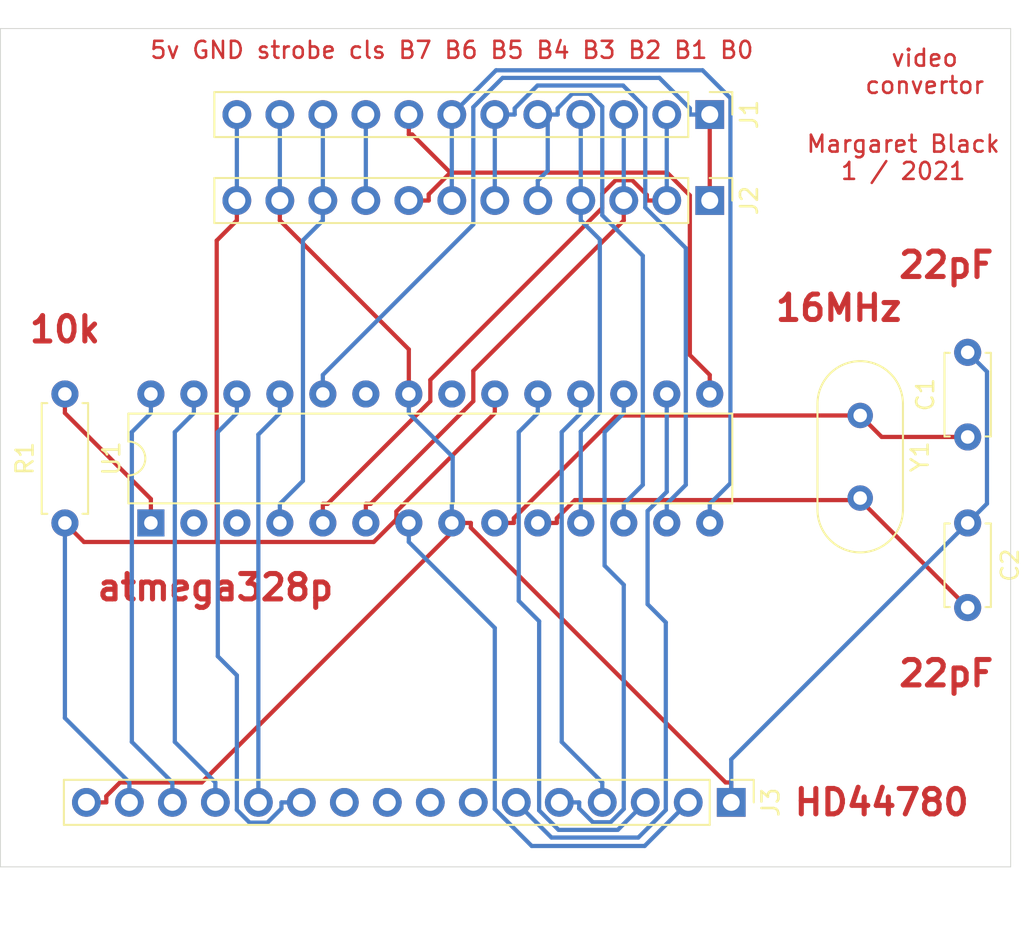
<source format=kicad_pcb>
(kicad_pcb (version 20171130) (host pcbnew 5.1.6-c6e7f7d~87~ubuntu16.04.1)

  (general
    (thickness 1.6)
    (drawings 13)
    (tracks 201)
    (zones 0)
    (modules 8)
    (nets 32)
  )

  (page A4)
  (layers
    (0 F.Cu signal)
    (31 B.Cu signal)
    (32 B.Adhes user)
    (33 F.Adhes user)
    (34 B.Paste user)
    (35 F.Paste user)
    (36 B.SilkS user)
    (37 F.SilkS user)
    (38 B.Mask user)
    (39 F.Mask user)
    (40 Dwgs.User user)
    (41 Cmts.User user)
    (42 Eco1.User user)
    (43 Eco2.User user)
    (44 Edge.Cuts user)
    (45 Margin user)
    (46 B.CrtYd user)
    (47 F.CrtYd user)
    (48 B.Fab user)
    (49 F.Fab user)
  )

  (setup
    (last_trace_width 0.25)
    (trace_clearance 0.2)
    (zone_clearance 0.508)
    (zone_45_only no)
    (trace_min 0.2)
    (via_size 0.8)
    (via_drill 0.4)
    (via_min_size 0.4)
    (via_min_drill 0.3)
    (uvia_size 0.3)
    (uvia_drill 0.1)
    (uvias_allowed no)
    (uvia_min_size 0.2)
    (uvia_min_drill 0.1)
    (edge_width 0.05)
    (segment_width 0.2)
    (pcb_text_width 0.3)
    (pcb_text_size 1.5 1.5)
    (mod_edge_width 0.12)
    (mod_text_size 1 1)
    (mod_text_width 0.15)
    (pad_size 1.524 1.524)
    (pad_drill 0.762)
    (pad_to_mask_clearance 0.05)
    (aux_axis_origin 0 0)
    (visible_elements FFFFFF7F)
    (pcbplotparams
      (layerselection 0x010fc_ffffffff)
      (usegerberextensions false)
      (usegerberattributes true)
      (usegerberadvancedattributes true)
      (creategerberjobfile true)
      (excludeedgelayer true)
      (linewidth 0.100000)
      (plotframeref false)
      (viasonmask false)
      (mode 1)
      (useauxorigin false)
      (hpglpennumber 1)
      (hpglpenspeed 20)
      (hpglpendiameter 15.000000)
      (psnegative false)
      (psa4output false)
      (plotreference true)
      (plotvalue true)
      (plotinvisibletext false)
      (padsonsilk false)
      (subtractmaskfromsilk false)
      (outputformat 1)
      (mirror false)
      (drillshape 0)
      (scaleselection 1)
      (outputdirectory ""))
  )

  (net 0 "")
  (net 1 GND)
  (net 2 "Net-(C1-Pad1)")
  (net 3 "Net-(C2-Pad2)")
  (net 4 +5V)
  (net 5 "Net-(J1-Pad10)")
  (net 6 "Net-(J1-Pad9)")
  (net 7 "Net-(J1-Pad8)")
  (net 8 "Net-(J1-Pad7)")
  (net 9 "Net-(J1-Pad6)")
  (net 10 "Net-(J1-Pad5)")
  (net 11 "Net-(J1-Pad4)")
  (net 12 "Net-(J1-Pad3)")
  (net 13 "Net-(J1-Pad2)")
  (net 14 "Net-(J1-Pad1)")
  (net 15 "Net-(J3-Pad14)")
  (net 16 "Net-(J3-Pad13)")
  (net 17 "Net-(J3-Pad12)")
  (net 18 "Net-(J3-Pad11)")
  (net 19 "Net-(J3-Pad10)")
  (net 20 "Net-(J3-Pad9)")
  (net 21 "Net-(J3-Pad8)")
  (net 22 "Net-(J3-Pad7)")
  (net 23 "Net-(J3-Pad6)")
  (net 24 "Net-(J3-Pad5)")
  (net 25 "Net-(J3-Pad4)")
  (net 26 "Net-(J3-Pad3)")
  (net 27 "Net-(R1-Pad2)")
  (net 28 "Net-(U1-Pad23)")
  (net 29 "Net-(U1-Pad21)")
  (net 30 "Net-(U1-Pad3)")
  (net 31 "Net-(U1-Pad2)")

  (net_class Default "This is the default net class."
    (clearance 0.2)
    (trace_width 0.25)
    (via_dia 0.8)
    (via_drill 0.4)
    (uvia_dia 0.3)
    (uvia_drill 0.1)
    (add_net +5V)
    (add_net GND)
    (add_net "Net-(C1-Pad1)")
    (add_net "Net-(C2-Pad2)")
    (add_net "Net-(J1-Pad1)")
    (add_net "Net-(J1-Pad10)")
    (add_net "Net-(J1-Pad2)")
    (add_net "Net-(J1-Pad3)")
    (add_net "Net-(J1-Pad4)")
    (add_net "Net-(J1-Pad5)")
    (add_net "Net-(J1-Pad6)")
    (add_net "Net-(J1-Pad7)")
    (add_net "Net-(J1-Pad8)")
    (add_net "Net-(J1-Pad9)")
    (add_net "Net-(J3-Pad10)")
    (add_net "Net-(J3-Pad11)")
    (add_net "Net-(J3-Pad12)")
    (add_net "Net-(J3-Pad13)")
    (add_net "Net-(J3-Pad14)")
    (add_net "Net-(J3-Pad3)")
    (add_net "Net-(J3-Pad4)")
    (add_net "Net-(J3-Pad5)")
    (add_net "Net-(J3-Pad6)")
    (add_net "Net-(J3-Pad7)")
    (add_net "Net-(J3-Pad8)")
    (add_net "Net-(J3-Pad9)")
    (add_net "Net-(R1-Pad2)")
    (add_net "Net-(U1-Pad2)")
    (add_net "Net-(U1-Pad21)")
    (add_net "Net-(U1-Pad23)")
    (add_net "Net-(U1-Pad3)")
  )

  (module Crystal:Crystal_HC49-U_Vertical (layer F.Cu) (tedit 5A1AD3B8) (tstamp 600CB923)
    (at 50.8 22.86 270)
    (descr "Crystal THT HC-49/U http://5hertz.com/pdfs/04404_D.pdf")
    (tags "THT crystalHC-49/U")
    (path /60104A7B)
    (fp_text reference Y1 (at 2.44 -3.525 90) (layer F.SilkS)
      (effects (font (size 1 1) (thickness 0.15)))
    )
    (fp_text value Crystal (at 2.44 3.525 90) (layer F.Fab)
      (effects (font (size 1 1) (thickness 0.15)))
    )
    (fp_line (start 8.4 -2.8) (end -3.5 -2.8) (layer F.CrtYd) (width 0.05))
    (fp_line (start 8.4 2.8) (end 8.4 -2.8) (layer F.CrtYd) (width 0.05))
    (fp_line (start -3.5 2.8) (end 8.4 2.8) (layer F.CrtYd) (width 0.05))
    (fp_line (start -3.5 -2.8) (end -3.5 2.8) (layer F.CrtYd) (width 0.05))
    (fp_line (start -0.685 2.525) (end 5.565 2.525) (layer F.SilkS) (width 0.12))
    (fp_line (start -0.685 -2.525) (end 5.565 -2.525) (layer F.SilkS) (width 0.12))
    (fp_line (start -0.56 2) (end 5.44 2) (layer F.Fab) (width 0.1))
    (fp_line (start -0.56 -2) (end 5.44 -2) (layer F.Fab) (width 0.1))
    (fp_line (start -0.685 2.325) (end 5.565 2.325) (layer F.Fab) (width 0.1))
    (fp_line (start -0.685 -2.325) (end 5.565 -2.325) (layer F.Fab) (width 0.1))
    (fp_arc (start 5.565 0) (end 5.565 -2.525) (angle 180) (layer F.SilkS) (width 0.12))
    (fp_arc (start -0.685 0) (end -0.685 -2.525) (angle -180) (layer F.SilkS) (width 0.12))
    (fp_arc (start 5.44 0) (end 5.44 -2) (angle 180) (layer F.Fab) (width 0.1))
    (fp_arc (start -0.56 0) (end -0.56 -2) (angle -180) (layer F.Fab) (width 0.1))
    (fp_arc (start 5.565 0) (end 5.565 -2.325) (angle 180) (layer F.Fab) (width 0.1))
    (fp_arc (start -0.685 0) (end -0.685 -2.325) (angle -180) (layer F.Fab) (width 0.1))
    (fp_text user %R (at 2.44 0 90) (layer F.Fab)
      (effects (font (size 1 1) (thickness 0.15)))
    )
    (pad 2 thru_hole circle (at 4.88 0 270) (size 1.5 1.5) (drill 0.8) (layers *.Cu *.Mask)
      (net 3 "Net-(C2-Pad2)"))
    (pad 1 thru_hole circle (at 0 0 270) (size 1.5 1.5) (drill 0.8) (layers *.Cu *.Mask)
      (net 2 "Net-(C1-Pad1)"))
    (model ${KISYS3DMOD}/Crystal.3dshapes/Crystal_HC49-U_Vertical.wrl
      (at (xyz 0 0 0))
      (scale (xyz 1 1 1))
      (rotate (xyz 0 0 0))
    )
  )

  (module Package_DIP:DIP-28_W7.62mm (layer F.Cu) (tedit 5A02E8C5) (tstamp 600CB90C)
    (at 8.89 29.21 90)
    (descr "28-lead though-hole mounted DIP package, row spacing 7.62 mm (300 mils)")
    (tags "THT DIP DIL PDIP 2.54mm 7.62mm 300mil")
    (path /600CAB87)
    (fp_text reference U1 (at 3.81 -2.33 90) (layer F.SilkS)
      (effects (font (size 1 1) (thickness 0.15)))
    )
    (fp_text value ATmega328P-PU (at 3.81 35.35 90) (layer F.Fab)
      (effects (font (size 1 1) (thickness 0.15)))
    )
    (fp_line (start 8.7 -1.55) (end -1.1 -1.55) (layer F.CrtYd) (width 0.05))
    (fp_line (start 8.7 34.55) (end 8.7 -1.55) (layer F.CrtYd) (width 0.05))
    (fp_line (start -1.1 34.55) (end 8.7 34.55) (layer F.CrtYd) (width 0.05))
    (fp_line (start -1.1 -1.55) (end -1.1 34.55) (layer F.CrtYd) (width 0.05))
    (fp_line (start 6.46 -1.33) (end 4.81 -1.33) (layer F.SilkS) (width 0.12))
    (fp_line (start 6.46 34.35) (end 6.46 -1.33) (layer F.SilkS) (width 0.12))
    (fp_line (start 1.16 34.35) (end 6.46 34.35) (layer F.SilkS) (width 0.12))
    (fp_line (start 1.16 -1.33) (end 1.16 34.35) (layer F.SilkS) (width 0.12))
    (fp_line (start 2.81 -1.33) (end 1.16 -1.33) (layer F.SilkS) (width 0.12))
    (fp_line (start 0.635 -0.27) (end 1.635 -1.27) (layer F.Fab) (width 0.1))
    (fp_line (start 0.635 34.29) (end 0.635 -0.27) (layer F.Fab) (width 0.1))
    (fp_line (start 6.985 34.29) (end 0.635 34.29) (layer F.Fab) (width 0.1))
    (fp_line (start 6.985 -1.27) (end 6.985 34.29) (layer F.Fab) (width 0.1))
    (fp_line (start 1.635 -1.27) (end 6.985 -1.27) (layer F.Fab) (width 0.1))
    (fp_text user %R (at 3.81 16.51 90) (layer F.Fab)
      (effects (font (size 1 1) (thickness 0.15)))
    )
    (fp_arc (start 3.81 -1.33) (end 2.81 -1.33) (angle -180) (layer F.SilkS) (width 0.12))
    (pad 28 thru_hole oval (at 7.62 0 90) (size 1.6 1.6) (drill 0.8) (layers *.Cu *.Mask)
      (net 15 "Net-(J3-Pad14)"))
    (pad 14 thru_hole oval (at 0 33.02 90) (size 1.6 1.6) (drill 0.8) (layers *.Cu *.Mask)
      (net 8 "Net-(J1-Pad7)"))
    (pad 27 thru_hole oval (at 7.62 2.54 90) (size 1.6 1.6) (drill 0.8) (layers *.Cu *.Mask)
      (net 16 "Net-(J3-Pad13)"))
    (pad 13 thru_hole oval (at 0 30.48 90) (size 1.6 1.6) (drill 0.8) (layers *.Cu *.Mask)
      (net 9 "Net-(J1-Pad6)"))
    (pad 26 thru_hole oval (at 7.62 5.08 90) (size 1.6 1.6) (drill 0.8) (layers *.Cu *.Mask)
      (net 18 "Net-(J3-Pad11)"))
    (pad 12 thru_hole oval (at 0 27.94 90) (size 1.6 1.6) (drill 0.8) (layers *.Cu *.Mask)
      (net 10 "Net-(J1-Pad5)"))
    (pad 25 thru_hole oval (at 7.62 7.62 90) (size 1.6 1.6) (drill 0.8) (layers *.Cu *.Mask)
      (net 17 "Net-(J3-Pad12)"))
    (pad 11 thru_hole oval (at 0 25.4 90) (size 1.6 1.6) (drill 0.8) (layers *.Cu *.Mask)
      (net 11 "Net-(J1-Pad4)"))
    (pad 24 thru_hole oval (at 7.62 10.16 90) (size 1.6 1.6) (drill 0.8) (layers *.Cu *.Mask)
      (net 14 "Net-(J1-Pad1)"))
    (pad 10 thru_hole oval (at 0 22.86 90) (size 1.6 1.6) (drill 0.8) (layers *.Cu *.Mask)
      (net 3 "Net-(C2-Pad2)"))
    (pad 23 thru_hole oval (at 7.62 12.7 90) (size 1.6 1.6) (drill 0.8) (layers *.Cu *.Mask)
      (net 28 "Net-(U1-Pad23)"))
    (pad 9 thru_hole oval (at 0 20.32 90) (size 1.6 1.6) (drill 0.8) (layers *.Cu *.Mask)
      (net 2 "Net-(C1-Pad1)"))
    (pad 22 thru_hole oval (at 7.62 15.24 90) (size 1.6 1.6) (drill 0.8) (layers *.Cu *.Mask)
      (net 1 GND))
    (pad 8 thru_hole oval (at 0 17.78 90) (size 1.6 1.6) (drill 0.8) (layers *.Cu *.Mask)
      (net 1 GND))
    (pad 21 thru_hole oval (at 7.62 17.78 90) (size 1.6 1.6) (drill 0.8) (layers *.Cu *.Mask)
      (net 29 "Net-(U1-Pad21)"))
    (pad 7 thru_hole oval (at 0 15.24 90) (size 1.6 1.6) (drill 0.8) (layers *.Cu *.Mask)
      (net 4 +5V))
    (pad 20 thru_hole oval (at 7.62 20.32 90) (size 1.6 1.6) (drill 0.8) (layers *.Cu *.Mask)
      (net 4 +5V))
    (pad 6 thru_hole oval (at 0 12.7 90) (size 1.6 1.6) (drill 0.8) (layers *.Cu *.Mask)
      (net 12 "Net-(J1-Pad3)"))
    (pad 19 thru_hole oval (at 7.62 22.86 90) (size 1.6 1.6) (drill 0.8) (layers *.Cu *.Mask)
      (net 26 "Net-(J3-Pad3)"))
    (pad 5 thru_hole oval (at 0 10.16 90) (size 1.6 1.6) (drill 0.8) (layers *.Cu *.Mask)
      (net 13 "Net-(J1-Pad2)"))
    (pad 18 thru_hole oval (at 7.62 25.4 90) (size 1.6 1.6) (drill 0.8) (layers *.Cu *.Mask)
      (net 25 "Net-(J3-Pad4)"))
    (pad 4 thru_hole oval (at 0 7.62 90) (size 1.6 1.6) (drill 0.8) (layers *.Cu *.Mask)
      (net 5 "Net-(J1-Pad10)"))
    (pad 17 thru_hole oval (at 7.62 27.94 90) (size 1.6 1.6) (drill 0.8) (layers *.Cu *.Mask)
      (net 24 "Net-(J3-Pad5)"))
    (pad 3 thru_hole oval (at 0 5.08 90) (size 1.6 1.6) (drill 0.8) (layers *.Cu *.Mask)
      (net 30 "Net-(U1-Pad3)"))
    (pad 16 thru_hole oval (at 7.62 30.48 90) (size 1.6 1.6) (drill 0.8) (layers *.Cu *.Mask)
      (net 23 "Net-(J3-Pad6)"))
    (pad 2 thru_hole oval (at 0 2.54 90) (size 1.6 1.6) (drill 0.8) (layers *.Cu *.Mask)
      (net 31 "Net-(U1-Pad2)"))
    (pad 15 thru_hole oval (at 7.62 33.02 90) (size 1.6 1.6) (drill 0.8) (layers *.Cu *.Mask)
      (net 7 "Net-(J1-Pad8)"))
    (pad 1 thru_hole rect (at 0 0 90) (size 1.6 1.6) (drill 0.8) (layers *.Cu *.Mask)
      (net 27 "Net-(R1-Pad2)"))
    (model ${KISYS3DMOD}/Package_DIP.3dshapes/DIP-28_W7.62mm.wrl
      (at (xyz 0 0 0))
      (scale (xyz 1 1 1))
      (rotate (xyz 0 0 0))
    )
  )

  (module Resistor_THT:R_Axial_DIN0207_L6.3mm_D2.5mm_P7.62mm_Horizontal (layer F.Cu) (tedit 5AE5139B) (tstamp 600CB8DC)
    (at 3.81 29.21 90)
    (descr "Resistor, Axial_DIN0207 series, Axial, Horizontal, pin pitch=7.62mm, 0.25W = 1/4W, length*diameter=6.3*2.5mm^2, http://cdn-reichelt.de/documents/datenblatt/B400/1_4W%23YAG.pdf")
    (tags "Resistor Axial_DIN0207 series Axial Horizontal pin pitch 7.62mm 0.25W = 1/4W length 6.3mm diameter 2.5mm")
    (path /60119254)
    (fp_text reference R1 (at 3.81 -2.37 90) (layer F.SilkS)
      (effects (font (size 1 1) (thickness 0.15)))
    )
    (fp_text value 10k (at 3.81 2.37 90) (layer F.Fab)
      (effects (font (size 1 1) (thickness 0.15)))
    )
    (fp_line (start 8.67 -1.5) (end -1.05 -1.5) (layer F.CrtYd) (width 0.05))
    (fp_line (start 8.67 1.5) (end 8.67 -1.5) (layer F.CrtYd) (width 0.05))
    (fp_line (start -1.05 1.5) (end 8.67 1.5) (layer F.CrtYd) (width 0.05))
    (fp_line (start -1.05 -1.5) (end -1.05 1.5) (layer F.CrtYd) (width 0.05))
    (fp_line (start 7.08 1.37) (end 7.08 1.04) (layer F.SilkS) (width 0.12))
    (fp_line (start 0.54 1.37) (end 7.08 1.37) (layer F.SilkS) (width 0.12))
    (fp_line (start 0.54 1.04) (end 0.54 1.37) (layer F.SilkS) (width 0.12))
    (fp_line (start 7.08 -1.37) (end 7.08 -1.04) (layer F.SilkS) (width 0.12))
    (fp_line (start 0.54 -1.37) (end 7.08 -1.37) (layer F.SilkS) (width 0.12))
    (fp_line (start 0.54 -1.04) (end 0.54 -1.37) (layer F.SilkS) (width 0.12))
    (fp_line (start 7.62 0) (end 6.96 0) (layer F.Fab) (width 0.1))
    (fp_line (start 0 0) (end 0.66 0) (layer F.Fab) (width 0.1))
    (fp_line (start 6.96 -1.25) (end 0.66 -1.25) (layer F.Fab) (width 0.1))
    (fp_line (start 6.96 1.25) (end 6.96 -1.25) (layer F.Fab) (width 0.1))
    (fp_line (start 0.66 1.25) (end 6.96 1.25) (layer F.Fab) (width 0.1))
    (fp_line (start 0.66 -1.25) (end 0.66 1.25) (layer F.Fab) (width 0.1))
    (fp_text user %R (at 3.81 0 90) (layer F.Fab)
      (effects (font (size 1 1) (thickness 0.15)))
    )
    (pad 2 thru_hole oval (at 7.62 0 90) (size 1.6 1.6) (drill 0.8) (layers *.Cu *.Mask)
      (net 27 "Net-(R1-Pad2)"))
    (pad 1 thru_hole circle (at 0 0 90) (size 1.6 1.6) (drill 0.8) (layers *.Cu *.Mask)
      (net 4 +5V))
    (model ${KISYS3DMOD}/Resistor_THT.3dshapes/R_Axial_DIN0207_L6.3mm_D2.5mm_P7.62mm_Horizontal.wrl
      (at (xyz 0 0 0))
      (scale (xyz 1 1 1))
      (rotate (xyz 0 0 0))
    )
  )

  (module Connector_PinHeader_2.54mm:PinHeader_1x16_P2.54mm_Vertical (layer F.Cu) (tedit 59FED5CC) (tstamp 600CB8C5)
    (at 43.18 45.72 270)
    (descr "Through hole straight pin header, 1x16, 2.54mm pitch, single row")
    (tags "Through hole pin header THT 1x16 2.54mm single row")
    (path /600D2E67)
    (fp_text reference J3 (at 0 -2.33 90) (layer F.SilkS)
      (effects (font (size 1 1) (thickness 0.15)))
    )
    (fp_text value Conn_01x16_Female (at 0 40.43 90) (layer F.Fab)
      (effects (font (size 1 1) (thickness 0.15)))
    )
    (fp_line (start 1.8 -1.8) (end -1.8 -1.8) (layer F.CrtYd) (width 0.05))
    (fp_line (start 1.8 39.9) (end 1.8 -1.8) (layer F.CrtYd) (width 0.05))
    (fp_line (start -1.8 39.9) (end 1.8 39.9) (layer F.CrtYd) (width 0.05))
    (fp_line (start -1.8 -1.8) (end -1.8 39.9) (layer F.CrtYd) (width 0.05))
    (fp_line (start -1.33 -1.33) (end 0 -1.33) (layer F.SilkS) (width 0.12))
    (fp_line (start -1.33 0) (end -1.33 -1.33) (layer F.SilkS) (width 0.12))
    (fp_line (start -1.33 1.27) (end 1.33 1.27) (layer F.SilkS) (width 0.12))
    (fp_line (start 1.33 1.27) (end 1.33 39.43) (layer F.SilkS) (width 0.12))
    (fp_line (start -1.33 1.27) (end -1.33 39.43) (layer F.SilkS) (width 0.12))
    (fp_line (start -1.33 39.43) (end 1.33 39.43) (layer F.SilkS) (width 0.12))
    (fp_line (start -1.27 -0.635) (end -0.635 -1.27) (layer F.Fab) (width 0.1))
    (fp_line (start -1.27 39.37) (end -1.27 -0.635) (layer F.Fab) (width 0.1))
    (fp_line (start 1.27 39.37) (end -1.27 39.37) (layer F.Fab) (width 0.1))
    (fp_line (start 1.27 -1.27) (end 1.27 39.37) (layer F.Fab) (width 0.1))
    (fp_line (start -0.635 -1.27) (end 1.27 -1.27) (layer F.Fab) (width 0.1))
    (fp_text user %R (at 0 19.05) (layer F.Fab)
      (effects (font (size 1 1) (thickness 0.15)))
    )
    (pad 16 thru_hole oval (at 0 38.1 270) (size 1.7 1.7) (drill 1) (layers *.Cu *.Mask)
      (net 1 GND))
    (pad 15 thru_hole oval (at 0 35.56 270) (size 1.7 1.7) (drill 1) (layers *.Cu *.Mask)
      (net 4 +5V))
    (pad 14 thru_hole oval (at 0 33.02 270) (size 1.7 1.7) (drill 1) (layers *.Cu *.Mask)
      (net 15 "Net-(J3-Pad14)"))
    (pad 13 thru_hole oval (at 0 30.48 270) (size 1.7 1.7) (drill 1) (layers *.Cu *.Mask)
      (net 16 "Net-(J3-Pad13)"))
    (pad 12 thru_hole oval (at 0 27.94 270) (size 1.7 1.7) (drill 1) (layers *.Cu *.Mask)
      (net 17 "Net-(J3-Pad12)"))
    (pad 11 thru_hole oval (at 0 25.4 270) (size 1.7 1.7) (drill 1) (layers *.Cu *.Mask)
      (net 18 "Net-(J3-Pad11)"))
    (pad 10 thru_hole oval (at 0 22.86 270) (size 1.7 1.7) (drill 1) (layers *.Cu *.Mask)
      (net 19 "Net-(J3-Pad10)"))
    (pad 9 thru_hole oval (at 0 20.32 270) (size 1.7 1.7) (drill 1) (layers *.Cu *.Mask)
      (net 20 "Net-(J3-Pad9)"))
    (pad 8 thru_hole oval (at 0 17.78 270) (size 1.7 1.7) (drill 1) (layers *.Cu *.Mask)
      (net 21 "Net-(J3-Pad8)"))
    (pad 7 thru_hole oval (at 0 15.24 270) (size 1.7 1.7) (drill 1) (layers *.Cu *.Mask)
      (net 22 "Net-(J3-Pad7)"))
    (pad 6 thru_hole oval (at 0 12.7 270) (size 1.7 1.7) (drill 1) (layers *.Cu *.Mask)
      (net 23 "Net-(J3-Pad6)"))
    (pad 5 thru_hole oval (at 0 10.16 270) (size 1.7 1.7) (drill 1) (layers *.Cu *.Mask)
      (net 24 "Net-(J3-Pad5)"))
    (pad 4 thru_hole oval (at 0 7.62 270) (size 1.7 1.7) (drill 1) (layers *.Cu *.Mask)
      (net 25 "Net-(J3-Pad4)"))
    (pad 3 thru_hole oval (at 0 5.08 270) (size 1.7 1.7) (drill 1) (layers *.Cu *.Mask)
      (net 26 "Net-(J3-Pad3)"))
    (pad 2 thru_hole oval (at 0 2.54 270) (size 1.7 1.7) (drill 1) (layers *.Cu *.Mask)
      (net 4 +5V))
    (pad 1 thru_hole rect (at 0 0 270) (size 1.7 1.7) (drill 1) (layers *.Cu *.Mask)
      (net 1 GND))
    (model ${KISYS3DMOD}/Connector_PinHeader_2.54mm.3dshapes/PinHeader_1x16_P2.54mm_Vertical.wrl
      (at (xyz 0 0 0))
      (scale (xyz 1 1 1))
      (rotate (xyz 0 0 0))
    )
  )

  (module Connector_PinHeader_2.54mm:PinHeader_1x12_P2.54mm_Vertical (layer F.Cu) (tedit 59FED5CC) (tstamp 600CB8A1)
    (at 41.91 10.16 270)
    (descr "Through hole straight pin header, 1x12, 2.54mm pitch, single row")
    (tags "Through hole pin header THT 1x12 2.54mm single row")
    (path /600CEBCA)
    (fp_text reference J2 (at 0 -2.33 90) (layer F.SilkS)
      (effects (font (size 1 1) (thickness 0.15)))
    )
    (fp_text value Conn_01x12_Female (at 0 30.27 90) (layer F.Fab)
      (effects (font (size 1 1) (thickness 0.15)))
    )
    (fp_line (start 1.8 -1.8) (end -1.8 -1.8) (layer F.CrtYd) (width 0.05))
    (fp_line (start 1.8 29.75) (end 1.8 -1.8) (layer F.CrtYd) (width 0.05))
    (fp_line (start -1.8 29.75) (end 1.8 29.75) (layer F.CrtYd) (width 0.05))
    (fp_line (start -1.8 -1.8) (end -1.8 29.75) (layer F.CrtYd) (width 0.05))
    (fp_line (start -1.33 -1.33) (end 0 -1.33) (layer F.SilkS) (width 0.12))
    (fp_line (start -1.33 0) (end -1.33 -1.33) (layer F.SilkS) (width 0.12))
    (fp_line (start -1.33 1.27) (end 1.33 1.27) (layer F.SilkS) (width 0.12))
    (fp_line (start 1.33 1.27) (end 1.33 29.27) (layer F.SilkS) (width 0.12))
    (fp_line (start -1.33 1.27) (end -1.33 29.27) (layer F.SilkS) (width 0.12))
    (fp_line (start -1.33 29.27) (end 1.33 29.27) (layer F.SilkS) (width 0.12))
    (fp_line (start -1.27 -0.635) (end -0.635 -1.27) (layer F.Fab) (width 0.1))
    (fp_line (start -1.27 29.21) (end -1.27 -0.635) (layer F.Fab) (width 0.1))
    (fp_line (start 1.27 29.21) (end -1.27 29.21) (layer F.Fab) (width 0.1))
    (fp_line (start 1.27 -1.27) (end 1.27 29.21) (layer F.Fab) (width 0.1))
    (fp_line (start -0.635 -1.27) (end 1.27 -1.27) (layer F.Fab) (width 0.1))
    (fp_text user %R (at 0 13.97) (layer F.Fab)
      (effects (font (size 1 1) (thickness 0.15)))
    )
    (pad 12 thru_hole oval (at 0 27.94 270) (size 1.7 1.7) (drill 1) (layers *.Cu *.Mask)
      (net 4 +5V))
    (pad 11 thru_hole oval (at 0 25.4 270) (size 1.7 1.7) (drill 1) (layers *.Cu *.Mask)
      (net 1 GND))
    (pad 10 thru_hole oval (at 0 22.86 270) (size 1.7 1.7) (drill 1) (layers *.Cu *.Mask)
      (net 5 "Net-(J1-Pad10)"))
    (pad 9 thru_hole oval (at 0 20.32 270) (size 1.7 1.7) (drill 1) (layers *.Cu *.Mask)
      (net 6 "Net-(J1-Pad9)"))
    (pad 8 thru_hole oval (at 0 17.78 270) (size 1.7 1.7) (drill 1) (layers *.Cu *.Mask)
      (net 7 "Net-(J1-Pad8)"))
    (pad 7 thru_hole oval (at 0 15.24 270) (size 1.7 1.7) (drill 1) (layers *.Cu *.Mask)
      (net 8 "Net-(J1-Pad7)"))
    (pad 6 thru_hole oval (at 0 12.7 270) (size 1.7 1.7) (drill 1) (layers *.Cu *.Mask)
      (net 9 "Net-(J1-Pad6)"))
    (pad 5 thru_hole oval (at 0 10.16 270) (size 1.7 1.7) (drill 1) (layers *.Cu *.Mask)
      (net 10 "Net-(J1-Pad5)"))
    (pad 4 thru_hole oval (at 0 7.62 270) (size 1.7 1.7) (drill 1) (layers *.Cu *.Mask)
      (net 11 "Net-(J1-Pad4)"))
    (pad 3 thru_hole oval (at 0 5.08 270) (size 1.7 1.7) (drill 1) (layers *.Cu *.Mask)
      (net 12 "Net-(J1-Pad3)"))
    (pad 2 thru_hole oval (at 0 2.54 270) (size 1.7 1.7) (drill 1) (layers *.Cu *.Mask)
      (net 13 "Net-(J1-Pad2)"))
    (pad 1 thru_hole rect (at 0 0 270) (size 1.7 1.7) (drill 1) (layers *.Cu *.Mask)
      (net 14 "Net-(J1-Pad1)"))
    (model ${KISYS3DMOD}/Connector_PinHeader_2.54mm.3dshapes/PinHeader_1x12_P2.54mm_Vertical.wrl
      (at (xyz 0 0 0))
      (scale (xyz 1 1 1))
      (rotate (xyz 0 0 0))
    )
  )

  (module Connector_PinHeader_2.54mm:PinHeader_1x12_P2.54mm_Vertical (layer F.Cu) (tedit 59FED5CC) (tstamp 600CB881)
    (at 41.91 5.08 270)
    (descr "Through hole straight pin header, 1x12, 2.54mm pitch, single row")
    (tags "Through hole pin header THT 1x12 2.54mm single row")
    (path /600CCE95)
    (fp_text reference J1 (at 0 -2.33 90) (layer F.SilkS)
      (effects (font (size 1 1) (thickness 0.15)))
    )
    (fp_text value Conn_01x12_Male (at 0 30.27 90) (layer F.Fab)
      (effects (font (size 1 1) (thickness 0.15)))
    )
    (fp_line (start 1.8 -1.8) (end -1.8 -1.8) (layer F.CrtYd) (width 0.05))
    (fp_line (start 1.8 29.75) (end 1.8 -1.8) (layer F.CrtYd) (width 0.05))
    (fp_line (start -1.8 29.75) (end 1.8 29.75) (layer F.CrtYd) (width 0.05))
    (fp_line (start -1.8 -1.8) (end -1.8 29.75) (layer F.CrtYd) (width 0.05))
    (fp_line (start -1.33 -1.33) (end 0 -1.33) (layer F.SilkS) (width 0.12))
    (fp_line (start -1.33 0) (end -1.33 -1.33) (layer F.SilkS) (width 0.12))
    (fp_line (start -1.33 1.27) (end 1.33 1.27) (layer F.SilkS) (width 0.12))
    (fp_line (start 1.33 1.27) (end 1.33 29.27) (layer F.SilkS) (width 0.12))
    (fp_line (start -1.33 1.27) (end -1.33 29.27) (layer F.SilkS) (width 0.12))
    (fp_line (start -1.33 29.27) (end 1.33 29.27) (layer F.SilkS) (width 0.12))
    (fp_line (start -1.27 -0.635) (end -0.635 -1.27) (layer F.Fab) (width 0.1))
    (fp_line (start -1.27 29.21) (end -1.27 -0.635) (layer F.Fab) (width 0.1))
    (fp_line (start 1.27 29.21) (end -1.27 29.21) (layer F.Fab) (width 0.1))
    (fp_line (start 1.27 -1.27) (end 1.27 29.21) (layer F.Fab) (width 0.1))
    (fp_line (start -0.635 -1.27) (end 1.27 -1.27) (layer F.Fab) (width 0.1))
    (fp_text user %R (at 0 13.97) (layer F.Fab)
      (effects (font (size 1 1) (thickness 0.15)))
    )
    (pad 12 thru_hole oval (at 0 27.94 270) (size 1.7 1.7) (drill 1) (layers *.Cu *.Mask)
      (net 4 +5V))
    (pad 11 thru_hole oval (at 0 25.4 270) (size 1.7 1.7) (drill 1) (layers *.Cu *.Mask)
      (net 1 GND))
    (pad 10 thru_hole oval (at 0 22.86 270) (size 1.7 1.7) (drill 1) (layers *.Cu *.Mask)
      (net 5 "Net-(J1-Pad10)"))
    (pad 9 thru_hole oval (at 0 20.32 270) (size 1.7 1.7) (drill 1) (layers *.Cu *.Mask)
      (net 6 "Net-(J1-Pad9)"))
    (pad 8 thru_hole oval (at 0 17.78 270) (size 1.7 1.7) (drill 1) (layers *.Cu *.Mask)
      (net 7 "Net-(J1-Pad8)"))
    (pad 7 thru_hole oval (at 0 15.24 270) (size 1.7 1.7) (drill 1) (layers *.Cu *.Mask)
      (net 8 "Net-(J1-Pad7)"))
    (pad 6 thru_hole oval (at 0 12.7 270) (size 1.7 1.7) (drill 1) (layers *.Cu *.Mask)
      (net 9 "Net-(J1-Pad6)"))
    (pad 5 thru_hole oval (at 0 10.16 270) (size 1.7 1.7) (drill 1) (layers *.Cu *.Mask)
      (net 10 "Net-(J1-Pad5)"))
    (pad 4 thru_hole oval (at 0 7.62 270) (size 1.7 1.7) (drill 1) (layers *.Cu *.Mask)
      (net 11 "Net-(J1-Pad4)"))
    (pad 3 thru_hole oval (at 0 5.08 270) (size 1.7 1.7) (drill 1) (layers *.Cu *.Mask)
      (net 12 "Net-(J1-Pad3)"))
    (pad 2 thru_hole oval (at 0 2.54 270) (size 1.7 1.7) (drill 1) (layers *.Cu *.Mask)
      (net 13 "Net-(J1-Pad2)"))
    (pad 1 thru_hole rect (at 0 0 270) (size 1.7 1.7) (drill 1) (layers *.Cu *.Mask)
      (net 14 "Net-(J1-Pad1)"))
    (model ${KISYS3DMOD}/Connector_PinHeader_2.54mm.3dshapes/PinHeader_1x12_P2.54mm_Vertical.wrl
      (at (xyz 0 0 0))
      (scale (xyz 1 1 1))
      (rotate (xyz 0 0 0))
    )
  )

  (module Capacitor_THT:C_Disc_D4.7mm_W2.5mm_P5.00mm (layer F.Cu) (tedit 5AE50EF0) (tstamp 600CB861)
    (at 57.15 29.21 270)
    (descr "C, Disc series, Radial, pin pitch=5.00mm, , diameter*width=4.7*2.5mm^2, Capacitor, http://www.vishay.com/docs/45233/krseries.pdf")
    (tags "C Disc series Radial pin pitch 5.00mm  diameter 4.7mm width 2.5mm Capacitor")
    (path /60105667)
    (fp_text reference C2 (at 2.5 -2.5 90) (layer F.SilkS)
      (effects (font (size 1 1) (thickness 0.15)))
    )
    (fp_text value 22pF (at 2.5 2.5 90) (layer F.Fab)
      (effects (font (size 1 1) (thickness 0.15)))
    )
    (fp_line (start 6.05 -1.5) (end -1.05 -1.5) (layer F.CrtYd) (width 0.05))
    (fp_line (start 6.05 1.5) (end 6.05 -1.5) (layer F.CrtYd) (width 0.05))
    (fp_line (start -1.05 1.5) (end 6.05 1.5) (layer F.CrtYd) (width 0.05))
    (fp_line (start -1.05 -1.5) (end -1.05 1.5) (layer F.CrtYd) (width 0.05))
    (fp_line (start 4.97 1.055) (end 4.97 1.37) (layer F.SilkS) (width 0.12))
    (fp_line (start 4.97 -1.37) (end 4.97 -1.055) (layer F.SilkS) (width 0.12))
    (fp_line (start 0.03 1.055) (end 0.03 1.37) (layer F.SilkS) (width 0.12))
    (fp_line (start 0.03 -1.37) (end 0.03 -1.055) (layer F.SilkS) (width 0.12))
    (fp_line (start 0.03 1.37) (end 4.97 1.37) (layer F.SilkS) (width 0.12))
    (fp_line (start 0.03 -1.37) (end 4.97 -1.37) (layer F.SilkS) (width 0.12))
    (fp_line (start 4.85 -1.25) (end 0.15 -1.25) (layer F.Fab) (width 0.1))
    (fp_line (start 4.85 1.25) (end 4.85 -1.25) (layer F.Fab) (width 0.1))
    (fp_line (start 0.15 1.25) (end 4.85 1.25) (layer F.Fab) (width 0.1))
    (fp_line (start 0.15 -1.25) (end 0.15 1.25) (layer F.Fab) (width 0.1))
    (fp_text user %R (at 2.5 0 90) (layer F.Fab)
      (effects (font (size 0.94 0.94) (thickness 0.141)))
    )
    (pad 2 thru_hole circle (at 5 0 270) (size 1.6 1.6) (drill 0.8) (layers *.Cu *.Mask)
      (net 3 "Net-(C2-Pad2)"))
    (pad 1 thru_hole circle (at 0 0 270) (size 1.6 1.6) (drill 0.8) (layers *.Cu *.Mask)
      (net 1 GND))
    (model ${KISYS3DMOD}/Capacitor_THT.3dshapes/C_Disc_D4.7mm_W2.5mm_P5.00mm.wrl
      (at (xyz 0 0 0))
      (scale (xyz 1 1 1))
      (rotate (xyz 0 0 0))
    )
  )

  (module Capacitor_THT:C_Disc_D4.7mm_W2.5mm_P5.00mm (layer F.Cu) (tedit 5AE50EF0) (tstamp 600CB84C)
    (at 57.15 24.13 90)
    (descr "C, Disc series, Radial, pin pitch=5.00mm, , diameter*width=4.7*2.5mm^2, Capacitor, http://www.vishay.com/docs/45233/krseries.pdf")
    (tags "C Disc series Radial pin pitch 5.00mm  diameter 4.7mm width 2.5mm Capacitor")
    (path /60105E6B)
    (fp_text reference C1 (at 2.5 -2.5 90) (layer F.SilkS)
      (effects (font (size 1 1) (thickness 0.15)))
    )
    (fp_text value 22pF (at 2.5 2.5 90) (layer F.Fab)
      (effects (font (size 1 1) (thickness 0.15)))
    )
    (fp_line (start 6.05 -1.5) (end -1.05 -1.5) (layer F.CrtYd) (width 0.05))
    (fp_line (start 6.05 1.5) (end 6.05 -1.5) (layer F.CrtYd) (width 0.05))
    (fp_line (start -1.05 1.5) (end 6.05 1.5) (layer F.CrtYd) (width 0.05))
    (fp_line (start -1.05 -1.5) (end -1.05 1.5) (layer F.CrtYd) (width 0.05))
    (fp_line (start 4.97 1.055) (end 4.97 1.37) (layer F.SilkS) (width 0.12))
    (fp_line (start 4.97 -1.37) (end 4.97 -1.055) (layer F.SilkS) (width 0.12))
    (fp_line (start 0.03 1.055) (end 0.03 1.37) (layer F.SilkS) (width 0.12))
    (fp_line (start 0.03 -1.37) (end 0.03 -1.055) (layer F.SilkS) (width 0.12))
    (fp_line (start 0.03 1.37) (end 4.97 1.37) (layer F.SilkS) (width 0.12))
    (fp_line (start 0.03 -1.37) (end 4.97 -1.37) (layer F.SilkS) (width 0.12))
    (fp_line (start 4.85 -1.25) (end 0.15 -1.25) (layer F.Fab) (width 0.1))
    (fp_line (start 4.85 1.25) (end 4.85 -1.25) (layer F.Fab) (width 0.1))
    (fp_line (start 0.15 1.25) (end 4.85 1.25) (layer F.Fab) (width 0.1))
    (fp_line (start 0.15 -1.25) (end 0.15 1.25) (layer F.Fab) (width 0.1))
    (fp_text user %R (at 2.5 0 90) (layer F.Fab)
      (effects (font (size 0.94 0.94) (thickness 0.141)))
    )
    (pad 2 thru_hole circle (at 5 0 90) (size 1.6 1.6) (drill 0.8) (layers *.Cu *.Mask)
      (net 1 GND))
    (pad 1 thru_hole circle (at 0 0 90) (size 1.6 1.6) (drill 0.8) (layers *.Cu *.Mask)
      (net 2 "Net-(C1-Pad1)"))
    (model ${KISYS3DMOD}/Capacitor_THT.3dshapes/C_Disc_D4.7mm_W2.5mm_P5.00mm.wrl
      (at (xyz 0 0 0))
      (scale (xyz 1 1 1))
      (rotate (xyz 0 0 0))
    )
  )

  (gr_text "Margaret Black\n1 / 2021" (at 53.34 7.62) (layer F.Cu)
    (effects (font (size 1 1) (thickness 0.15)))
  )
  (gr_text "video\nconvertor" (at 54.61 2.54) (layer F.Cu)
    (effects (font (size 1 1) (thickness 0.15)))
  )
  (gr_text 22pF (at 55.88 38.1) (layer F.Cu)
    (effects (font (size 1.5 1.5) (thickness 0.3)))
  )
  (gr_text 22pF (at 55.88 13.97) (layer F.Cu)
    (effects (font (size 1.5 1.5) (thickness 0.3)))
  )
  (gr_text 16MHz (at 49.53 16.51) (layer F.Cu)
    (effects (font (size 1.5 1.5) (thickness 0.3)))
  )
  (gr_text 10k (at 3.81 17.78) (layer F.Cu)
    (effects (font (size 1.5 1.5) (thickness 0.3)))
  )
  (gr_text atmega328p (at 12.7 33.02) (layer F.Cu)
    (effects (font (size 1.5 1.5) (thickness 0.3)))
  )
  (gr_text HD44780 (at 52.07 45.72) (layer F.Cu)
    (effects (font (size 1.5 1.5) (thickness 0.3)))
  )
  (gr_text "5v GND strobe cls B7 B6 B5 B4 B3 B2 B1 B0" (at 26.67 1.27) (layer F.Cu)
    (effects (font (size 1 1) (thickness 0.15)))
  )
  (gr_line (start 59.69 0) (end 0 0) (layer Edge.Cuts) (width 0.05) (tstamp 600CC25D))
  (gr_line (start 59.69 49.53) (end 59.69 0) (layer Edge.Cuts) (width 0.05))
  (gr_line (start 0 49.53) (end 59.69 49.53) (layer Edge.Cuts) (width 0.05))
  (gr_line (start 0 0) (end 0 49.53) (layer Edge.Cuts) (width 0.05))

  (segment (start 5.08 45.72) (end 6.2553 45.72) (width 0.25) (layer F.Cu) (net 1))
  (segment (start 27.2327 29.21) (end 11.898 44.5447) (width 0.25) (layer F.Cu) (net 1))
  (segment (start 11.898 44.5447) (end 7.0632 44.5447) (width 0.25) (layer F.Cu) (net 1))
  (segment (start 7.0632 44.5447) (end 6.2553 45.3526) (width 0.25) (layer F.Cu) (net 1))
  (segment (start 6.2553 45.3526) (end 6.2553 45.72) (width 0.25) (layer F.Cu) (net 1))
  (segment (start 27.2327 29.21) (end 27.7953 29.21) (width 0.25) (layer F.Cu) (net 1))
  (segment (start 26.67 29.21) (end 27.2327 29.21) (width 0.25) (layer F.Cu) (net 1))
  (segment (start 43.18 45.72) (end 43.18 44.5447) (width 0.25) (layer F.Cu) (net 1))
  (segment (start 43.18 44.5447) (end 42.8487 44.5447) (width 0.25) (layer F.Cu) (net 1))
  (segment (start 42.8487 44.5447) (end 27.7953 29.4913) (width 0.25) (layer F.Cu) (net 1))
  (segment (start 27.7953 29.4913) (end 27.7953 29.21) (width 0.25) (layer F.Cu) (net 1))
  (segment (start 16.51 10.16) (end 16.51 5.08) (width 0.25) (layer B.Cu) (net 1))
  (segment (start 26.67 28.0847) (end 26.7231 28.0316) (width 0.25) (layer B.Cu) (net 1))
  (segment (start 26.7231 28.0316) (end 26.7231 25.3084) (width 0.25) (layer B.Cu) (net 1))
  (segment (start 26.7231 25.3084) (end 24.13 22.7153) (width 0.25) (layer B.Cu) (net 1))
  (segment (start 24.13 21.59) (end 24.13 22.7153) (width 0.25) (layer B.Cu) (net 1))
  (segment (start 26.67 29.21) (end 26.67 28.0847) (width 0.25) (layer B.Cu) (net 1))
  (segment (start 16.51 10.16) (end 16.51 11.3353) (width 0.25) (layer F.Cu) (net 1))
  (segment (start 24.13 21.59) (end 24.13 18.9553) (width 0.25) (layer F.Cu) (net 1))
  (segment (start 24.13 18.9553) (end 16.51 11.3353) (width 0.25) (layer F.Cu) (net 1))
  (segment (start 43.18 45.72) (end 43.18 43.18) (width 0.25) (layer B.Cu) (net 1))
  (segment (start 43.18 43.18) (end 57.15 29.21) (width 0.25) (layer B.Cu) (net 1))
  (segment (start 57.15 19.13) (end 58.2902 20.2702) (width 0.25) (layer B.Cu) (net 1))
  (segment (start 58.2902 20.2702) (end 58.2902 28.0698) (width 0.25) (layer B.Cu) (net 1))
  (segment (start 58.2902 28.0698) (end 57.15 29.21) (width 0.25) (layer B.Cu) (net 1))
  (segment (start 29.21 29.21) (end 30.3353 29.21) (width 0.25) (layer F.Cu) (net 2))
  (segment (start 30.3353 29.21) (end 30.3353 28.9287) (width 0.25) (layer F.Cu) (net 2))
  (segment (start 30.3353 28.9287) (end 36.404 22.86) (width 0.25) (layer F.Cu) (net 2))
  (segment (start 36.404 22.86) (end 50.8 22.86) (width 0.25) (layer F.Cu) (net 2))
  (segment (start 57.15 24.13) (end 52.07 24.13) (width 0.25) (layer F.Cu) (net 2))
  (segment (start 52.07 24.13) (end 50.8 22.86) (width 0.25) (layer F.Cu) (net 2))
  (segment (start 50.8 27.86) (end 50.8 27.74) (width 0.25) (layer F.Cu) (net 3))
  (segment (start 57.15 34.21) (end 50.8 27.86) (width 0.25) (layer F.Cu) (net 3))
  (segment (start 50.8 27.86) (end 33.944 27.86) (width 0.25) (layer F.Cu) (net 3))
  (segment (start 33.944 27.86) (end 32.8753 28.9287) (width 0.25) (layer F.Cu) (net 3))
  (segment (start 32.8753 28.9287) (end 32.8753 29.21) (width 0.25) (layer F.Cu) (net 3))
  (segment (start 31.75 29.21) (end 32.8753 29.21) (width 0.25) (layer F.Cu) (net 3))
  (segment (start 24.13 29.21) (end 24.13 30.3353) (width 0.25) (layer B.Cu) (net 4))
  (segment (start 24.13 30.3353) (end 29.21 35.4153) (width 0.25) (layer B.Cu) (net 4))
  (segment (start 29.21 35.4153) (end 29.21 46.1157) (width 0.25) (layer B.Cu) (net 4))
  (segment (start 29.21 46.1157) (end 31.3915 48.2972) (width 0.25) (layer B.Cu) (net 4))
  (segment (start 31.3915 48.2972) (end 38.0628 48.2972) (width 0.25) (layer B.Cu) (net 4))
  (segment (start 38.0628 48.2972) (end 40.64 45.72) (width 0.25) (layer B.Cu) (net 4))
  (segment (start 12.7794 30.3353) (end 4.9353 30.3353) (width 0.25) (layer F.Cu) (net 4))
  (segment (start 4.9353 30.3353) (end 3.81 29.21) (width 0.25) (layer F.Cu) (net 4))
  (segment (start 23.3952 28.9439) (end 23.3952 28.9964) (width 0.25) (layer F.Cu) (net 4))
  (segment (start 23.3952 28.9964) (end 22.0563 30.3353) (width 0.25) (layer F.Cu) (net 4))
  (segment (start 22.0563 30.3353) (end 12.7794 30.3353) (width 0.25) (layer F.Cu) (net 4))
  (segment (start 13.97 11.3353) (end 12.7794 12.5259) (width 0.25) (layer F.Cu) (net 4))
  (segment (start 12.7794 12.5259) (end 12.7794 30.3353) (width 0.25) (layer F.Cu) (net 4))
  (segment (start 13.97 10.16) (end 13.97 11.3353) (width 0.25) (layer F.Cu) (net 4))
  (segment (start 23.3952 28.9439) (end 23.3952 28.5301) (width 0.25) (layer F.Cu) (net 4))
  (segment (start 23.3952 28.5301) (end 29.21 22.7153) (width 0.25) (layer F.Cu) (net 4))
  (segment (start 23.3952 29.21) (end 23.3952 28.9439) (width 0.25) (layer F.Cu) (net 4))
  (segment (start 13.97 5.08) (end 13.97 10.16) (width 0.25) (layer B.Cu) (net 4))
  (segment (start 7.62 45.72) (end 7.62 44.5447) (width 0.25) (layer B.Cu) (net 4))
  (segment (start 3.81 29.21) (end 3.81 40.7347) (width 0.25) (layer B.Cu) (net 4))
  (segment (start 3.81 40.7347) (end 7.62 44.5447) (width 0.25) (layer B.Cu) (net 4))
  (segment (start 29.21 21.59) (end 29.21 22.7153) (width 0.25) (layer F.Cu) (net 4))
  (segment (start 24.13 29.21) (end 23.3952 29.21) (width 0.25) (layer F.Cu) (net 4))
  (segment (start 19.05 10.16) (end 19.05 11.3353) (width 0.25) (layer B.Cu) (net 5))
  (segment (start 19.05 11.3353) (end 17.8747 12.5106) (width 0.25) (layer B.Cu) (net 5))
  (segment (start 17.8747 12.5106) (end 17.8747 26.72) (width 0.25) (layer B.Cu) (net 5))
  (segment (start 17.8747 26.72) (end 16.51 28.0847) (width 0.25) (layer B.Cu) (net 5))
  (segment (start 19.05 5.08) (end 19.05 10.16) (width 0.25) (layer B.Cu) (net 5))
  (segment (start 16.51 29.21) (end 16.51 28.0847) (width 0.25) (layer B.Cu) (net 5))
  (segment (start 21.59 5.08) (end 21.59 10.16) (width 0.25) (layer B.Cu) (net 6))
  (segment (start 24.13 5.08) (end 24.13 6.2553) (width 0.25) (layer F.Cu) (net 7))
  (segment (start 26.5852 8.5128) (end 25.3053 9.7927) (width 0.25) (layer F.Cu) (net 7))
  (segment (start 25.3053 9.7927) (end 25.3053 10.16) (width 0.25) (layer F.Cu) (net 7))
  (segment (start 41.91 20.4647) (end 40.7346 19.2893) (width 0.25) (layer F.Cu) (net 7))
  (segment (start 40.7346 19.2893) (end 40.7346 9.8559) (width 0.25) (layer F.Cu) (net 7))
  (segment (start 40.7346 9.8559) (end 39.3915 8.5128) (width 0.25) (layer F.Cu) (net 7))
  (segment (start 39.3915 8.5128) (end 26.5852 8.5128) (width 0.25) (layer F.Cu) (net 7))
  (segment (start 24.13 6.2553) (end 24.3277 6.2553) (width 0.25) (layer F.Cu) (net 7))
  (segment (start 24.3277 6.2553) (end 26.5852 8.5128) (width 0.25) (layer F.Cu) (net 7))
  (segment (start 41.91 21.59) (end 41.91 20.4647) (width 0.25) (layer F.Cu) (net 7))
  (segment (start 24.13 10.16) (end 25.3053 10.16) (width 0.25) (layer F.Cu) (net 7))
  (segment (start 41.91 28.0847) (end 43.1311 26.8636) (width 0.25) (layer B.Cu) (net 8))
  (segment (start 43.1311 26.8636) (end 43.1311 4.109) (width 0.25) (layer B.Cu) (net 8))
  (segment (start 43.1311 4.109) (end 41.4866 2.4645) (width 0.25) (layer B.Cu) (net 8))
  (segment (start 41.4866 2.4645) (end 29.2855 2.4645) (width 0.25) (layer B.Cu) (net 8))
  (segment (start 29.2855 2.4645) (end 26.67 5.08) (width 0.25) (layer B.Cu) (net 8))
  (segment (start 26.67 5.08) (end 26.67 10.16) (width 0.25) (layer B.Cu) (net 8))
  (segment (start 41.91 29.21) (end 41.91 28.0847) (width 0.25) (layer B.Cu) (net 8))
  (segment (start 29.21 5.08) (end 30.3853 5.08) (width 0.25) (layer B.Cu) (net 9))
  (segment (start 30.3853 5.08) (end 30.3853 4.7127) (width 0.25) (layer B.Cu) (net 9))
  (segment (start 30.3853 4.7127) (end 31.7328 3.3652) (width 0.25) (layer B.Cu) (net 9))
  (segment (start 31.7328 3.3652) (end 36.7899 3.3652) (width 0.25) (layer B.Cu) (net 9))
  (segment (start 36.7899 3.3652) (end 38.1 4.6753) (width 0.25) (layer B.Cu) (net 9))
  (segment (start 38.1 4.6753) (end 38.1 10.5768) (width 0.25) (layer B.Cu) (net 9))
  (segment (start 38.1 10.5768) (end 40.4953 12.9721) (width 0.25) (layer B.Cu) (net 9))
  (segment (start 40.4953 12.9721) (end 40.4953 26.9594) (width 0.25) (layer B.Cu) (net 9))
  (segment (start 40.4953 26.9594) (end 39.37 28.0847) (width 0.25) (layer B.Cu) (net 9))
  (segment (start 29.21 5.08) (end 29.21 10.16) (width 0.25) (layer B.Cu) (net 9))
  (segment (start 39.37 29.21) (end 39.37 28.0847) (width 0.25) (layer B.Cu) (net 9))
  (segment (start 31.75 10.16) (end 31.75 8.9847) (width 0.25) (layer B.Cu) (net 10))
  (segment (start 32.3377 5.08) (end 32.3377 8.397) (width 0.25) (layer B.Cu) (net 10))
  (segment (start 32.3377 8.397) (end 31.75 8.9847) (width 0.25) (layer B.Cu) (net 10))
  (segment (start 32.3377 5.08) (end 32.9253 5.08) (width 0.25) (layer B.Cu) (net 10))
  (segment (start 31.75 5.08) (end 32.3377 5.08) (width 0.25) (layer B.Cu) (net 10))
  (segment (start 36.83 29.21) (end 36.83 28.0847) (width 0.25) (layer B.Cu) (net 10))
  (segment (start 32.9253 5.08) (end 32.9253 4.7127) (width 0.25) (layer B.Cu) (net 10))
  (segment (start 32.9253 4.7127) (end 33.7857 3.8523) (width 0.25) (layer B.Cu) (net 10))
  (segment (start 33.7857 3.8523) (end 34.7963 3.8523) (width 0.25) (layer B.Cu) (net 10))
  (segment (start 34.7963 3.8523) (end 35.56 4.616) (width 0.25) (layer B.Cu) (net 10))
  (segment (start 35.56 4.616) (end 35.56 11.0295) (width 0.25) (layer B.Cu) (net 10))
  (segment (start 35.56 11.0295) (end 37.9553 13.4248) (width 0.25) (layer B.Cu) (net 10))
  (segment (start 37.9553 13.4248) (end 37.9553 26.9594) (width 0.25) (layer B.Cu) (net 10))
  (segment (start 37.9553 26.9594) (end 36.83 28.0847) (width 0.25) (layer B.Cu) (net 10))
  (segment (start 34.29 10.16) (end 34.29 11.3353) (width 0.25) (layer B.Cu) (net 11))
  (segment (start 34.29 11.3353) (end 35.4154 12.4607) (width 0.25) (layer B.Cu) (net 11))
  (segment (start 35.4154 12.4607) (end 35.4154 22.6863) (width 0.25) (layer B.Cu) (net 11))
  (segment (start 35.4154 22.6863) (end 34.29 23.8117) (width 0.25) (layer B.Cu) (net 11))
  (segment (start 34.29 23.8117) (end 34.29 29.21) (width 0.25) (layer B.Cu) (net 11))
  (segment (start 34.29 5.08) (end 34.29 10.16) (width 0.25) (layer B.Cu) (net 11))
  (segment (start 21.59 29.21) (end 21.59 28.0847) (width 0.25) (layer F.Cu) (net 12))
  (segment (start 36.83 10.16) (end 36.83 11.3353) (width 0.25) (layer F.Cu) (net 12))
  (segment (start 36.83 11.3353) (end 27.94 20.2253) (width 0.25) (layer F.Cu) (net 12))
  (segment (start 27.94 20.2253) (end 27.94 22.016) (width 0.25) (layer F.Cu) (net 12))
  (segment (start 27.94 22.016) (end 21.8713 28.0847) (width 0.25) (layer F.Cu) (net 12))
  (segment (start 21.8713 28.0847) (end 21.59 28.0847) (width 0.25) (layer F.Cu) (net 12))
  (segment (start 36.83 5.08) (end 36.83 10.16) (width 0.25) (layer B.Cu) (net 12))
  (segment (start 19.05 29.21) (end 19.05 28.0847) (width 0.25) (layer F.Cu) (net 13))
  (segment (start 39.37 10.16) (end 38.1947 10.16) (width 0.25) (layer F.Cu) (net 13))
  (segment (start 38.1947 10.16) (end 38.1947 9.8304) (width 0.25) (layer F.Cu) (net 13))
  (segment (start 38.1947 9.8304) (end 37.3274 8.9631) (width 0.25) (layer F.Cu) (net 13))
  (segment (start 37.3274 8.9631) (end 36.3464 8.9631) (width 0.25) (layer F.Cu) (net 13))
  (segment (start 36.3464 8.9631) (end 35.56 9.7495) (width 0.25) (layer F.Cu) (net 13))
  (segment (start 35.56 9.7495) (end 35.56 10.5987) (width 0.25) (layer F.Cu) (net 13))
  (segment (start 35.56 10.5987) (end 25.4 20.7587) (width 0.25) (layer F.Cu) (net 13))
  (segment (start 25.4 20.7587) (end 25.4 22.016) (width 0.25) (layer F.Cu) (net 13))
  (segment (start 25.4 22.016) (end 19.3313 28.0847) (width 0.25) (layer F.Cu) (net 13))
  (segment (start 19.3313 28.0847) (end 19.05 28.0847) (width 0.25) (layer F.Cu) (net 13))
  (segment (start 39.37 5.08) (end 39.37 10.16) (width 0.25) (layer B.Cu) (net 13))
  (segment (start 19.05 20.4647) (end 27.94 11.5747) (width 0.25) (layer B.Cu) (net 14))
  (segment (start 27.94 11.5747) (end 27.94 4.6437) (width 0.25) (layer B.Cu) (net 14))
  (segment (start 27.94 4.6437) (end 29.6689 2.9148) (width 0.25) (layer B.Cu) (net 14))
  (segment (start 29.6689 2.9148) (end 38.9368 2.9148) (width 0.25) (layer B.Cu) (net 14))
  (segment (start 38.9368 2.9148) (end 40.7347 4.7127) (width 0.25) (layer B.Cu) (net 14))
  (segment (start 40.7347 4.7127) (end 40.7347 5.08) (width 0.25) (layer B.Cu) (net 14))
  (segment (start 19.05 21.59) (end 19.05 20.4647) (width 0.25) (layer B.Cu) (net 14))
  (segment (start 41.91 5.08) (end 40.7347 5.08) (width 0.25) (layer B.Cu) (net 14))
  (segment (start 41.91 5.08) (end 41.91 10.16) (width 0.25) (layer F.Cu) (net 14))
  (segment (start 8.89 21.59) (end 8.89 22.7153) (width 0.25) (layer B.Cu) (net 15))
  (segment (start 10.16 45.72) (end 10.16 44.5447) (width 0.25) (layer B.Cu) (net 15))
  (segment (start 10.16 44.5447) (end 7.7647 42.1494) (width 0.25) (layer B.Cu) (net 15))
  (segment (start 7.7647 42.1494) (end 7.7647 23.8406) (width 0.25) (layer B.Cu) (net 15))
  (segment (start 7.7647 23.8406) (end 8.89 22.7153) (width 0.25) (layer B.Cu) (net 15))
  (segment (start 11.43 21.59) (end 11.43 22.7153) (width 0.25) (layer B.Cu) (net 16))
  (segment (start 12.7 45.72) (end 12.7 44.5447) (width 0.25) (layer B.Cu) (net 16))
  (segment (start 12.7 44.5447) (end 10.3047 42.1494) (width 0.25) (layer B.Cu) (net 16))
  (segment (start 10.3047 42.1494) (end 10.3047 23.8406) (width 0.25) (layer B.Cu) (net 16))
  (segment (start 10.3047 23.8406) (end 11.43 22.7153) (width 0.25) (layer B.Cu) (net 16))
  (segment (start 16.51 21.59) (end 16.51 22.7153) (width 0.25) (layer B.Cu) (net 17))
  (segment (start 15.24 45.72) (end 15.24 23.9853) (width 0.25) (layer B.Cu) (net 17))
  (segment (start 15.24 23.9853) (end 16.51 22.7153) (width 0.25) (layer B.Cu) (net 17))
  (segment (start 13.97 21.59) (end 13.97 22.7153) (width 0.25) (layer B.Cu) (net 18))
  (segment (start 17.78 45.72) (end 16.6047 45.72) (width 0.25) (layer B.Cu) (net 18))
  (segment (start 16.6047 45.72) (end 16.6047 46.0873) (width 0.25) (layer B.Cu) (net 18))
  (segment (start 16.6047 46.0873) (end 15.7746 46.9174) (width 0.25) (layer B.Cu) (net 18))
  (segment (start 15.7746 46.9174) (end 14.7247 46.9174) (width 0.25) (layer B.Cu) (net 18))
  (segment (start 14.7247 46.9174) (end 13.97 46.1627) (width 0.25) (layer B.Cu) (net 18))
  (segment (start 13.97 46.1627) (end 13.97 38.215) (width 0.25) (layer B.Cu) (net 18))
  (segment (start 13.97 38.215) (end 12.8447 37.0897) (width 0.25) (layer B.Cu) (net 18))
  (segment (start 12.8447 37.0897) (end 12.8447 23.8406) (width 0.25) (layer B.Cu) (net 18))
  (segment (start 12.8447 23.8406) (end 13.97 22.7153) (width 0.25) (layer B.Cu) (net 18))
  (segment (start 39.37 21.59) (end 39.37 27.371) (width 0.25) (layer B.Cu) (net 23))
  (segment (start 39.37 27.371) (end 38.2369 28.5041) (width 0.25) (layer B.Cu) (net 23))
  (segment (start 38.2369 28.5041) (end 38.2369 34.0109) (width 0.25) (layer B.Cu) (net 23))
  (segment (start 38.2369 34.0109) (end 39.3137 35.0877) (width 0.25) (layer B.Cu) (net 23))
  (segment (start 39.3137 35.0877) (end 39.3137 46.1727) (width 0.25) (layer B.Cu) (net 23))
  (segment (start 39.3137 46.1727) (end 37.6873 47.7991) (width 0.25) (layer B.Cu) (net 23))
  (segment (start 37.6873 47.7991) (end 32.5591 47.7991) (width 0.25) (layer B.Cu) (net 23))
  (segment (start 32.5591 47.7991) (end 30.48 45.72) (width 0.25) (layer B.Cu) (net 23))
  (segment (start 36.83 21.59) (end 36.83 22.7153) (width 0.25) (layer B.Cu) (net 24))
  (segment (start 34.1953 45.72) (end 34.1953 46.0851) (width 0.25) (layer B.Cu) (net 24))
  (segment (start 34.1953 46.0851) (end 35.0055 46.8953) (width 0.25) (layer B.Cu) (net 24))
  (segment (start 35.0055 46.8953) (end 36.049 46.8953) (width 0.25) (layer B.Cu) (net 24))
  (segment (start 36.049 46.8953) (end 36.83 46.1143) (width 0.25) (layer B.Cu) (net 24))
  (segment (start 36.83 46.1143) (end 36.83 32.8651) (width 0.25) (layer B.Cu) (net 24))
  (segment (start 36.83 32.8651) (end 35.6968 31.7319) (width 0.25) (layer B.Cu) (net 24))
  (segment (start 35.6968 31.7319) (end 35.6968 23.8485) (width 0.25) (layer B.Cu) (net 24))
  (segment (start 35.6968 23.8485) (end 36.83 22.7153) (width 0.25) (layer B.Cu) (net 24))
  (segment (start 33.02 45.72) (end 34.1953 45.72) (width 0.25) (layer B.Cu) (net 24))
  (segment (start 35.56 45.72) (end 35.56 44.5447) (width 0.25) (layer B.Cu) (net 25))
  (segment (start 34.29 21.59) (end 34.29 22.7153) (width 0.25) (layer B.Cu) (net 25))
  (segment (start 35.56 44.5447) (end 33.1647 42.1494) (width 0.25) (layer B.Cu) (net 25))
  (segment (start 33.1647 42.1494) (end 33.1647 23.8406) (width 0.25) (layer B.Cu) (net 25))
  (segment (start 33.1647 23.8406) (end 34.29 22.7153) (width 0.25) (layer B.Cu) (net 25))
  (segment (start 31.75 21.59) (end 31.75 22.7153) (width 0.25) (layer B.Cu) (net 26))
  (segment (start 38.1 45.72) (end 36.4744 47.3456) (width 0.25) (layer B.Cu) (net 26))
  (segment (start 36.4744 47.3456) (end 32.9792 47.3456) (width 0.25) (layer B.Cu) (net 26))
  (segment (start 32.9792 47.3456) (end 31.8297 46.1961) (width 0.25) (layer B.Cu) (net 26))
  (segment (start 31.8297 46.1961) (end 31.8297 35.0183) (width 0.25) (layer B.Cu) (net 26))
  (segment (start 31.8297 35.0183) (end 30.6247 33.8133) (width 0.25) (layer B.Cu) (net 26))
  (segment (start 30.6247 33.8133) (end 30.6247 23.8406) (width 0.25) (layer B.Cu) (net 26))
  (segment (start 30.6247 23.8406) (end 31.75 22.7153) (width 0.25) (layer B.Cu) (net 26))
  (segment (start 3.81 21.59) (end 3.81 22.7153) (width 0.25) (layer F.Cu) (net 27))
  (segment (start 3.81 22.7153) (end 8.89 27.7953) (width 0.25) (layer F.Cu) (net 27))
  (segment (start 8.89 27.7953) (end 8.89 29.21) (width 0.25) (layer F.Cu) (net 27))

)

</source>
